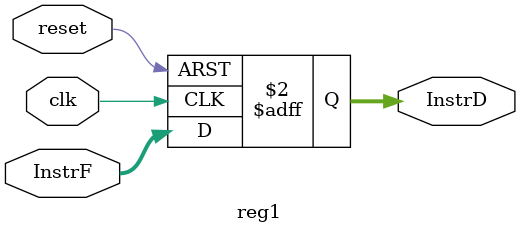
<source format=v>
module reg1 (
    clk,
    reset,
    InstrF,
    InstrD
);
    input wire clk;
    input wire reset;
    
    input wire [31:0] InstrF;
    
    output reg [31:0] InstrD;

    always @(posedge clk, posedge reset) begin
        if (reset) begin
            InstrD <= 32'b0;
        end
        else begin
            InstrD <= InstrF;
        end
    end
endmodule
</source>
